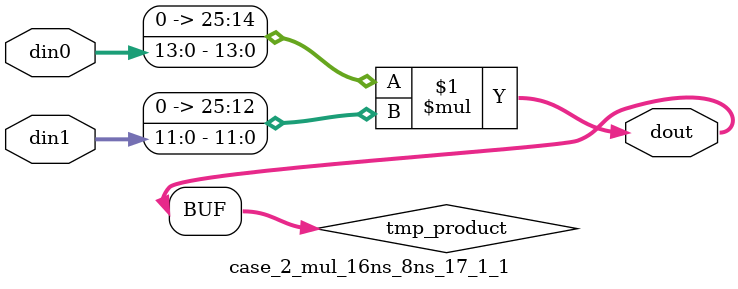
<source format=v>

`timescale 1 ns / 1 ps

 (* use_dsp = "no" *)  module case_2_mul_16ns_8ns_17_1_1(din0, din1, dout);
parameter ID = 1;
parameter NUM_STAGE = 0;
parameter din0_WIDTH = 14;
parameter din1_WIDTH = 12;
parameter dout_WIDTH = 26;

input [din0_WIDTH - 1 : 0] din0; 
input [din1_WIDTH - 1 : 0] din1; 
output [dout_WIDTH - 1 : 0] dout;

wire signed [dout_WIDTH - 1 : 0] tmp_product;
























assign tmp_product = $signed({1'b0, din0}) * $signed({1'b0, din1});











assign dout = tmp_product;





















endmodule

</source>
